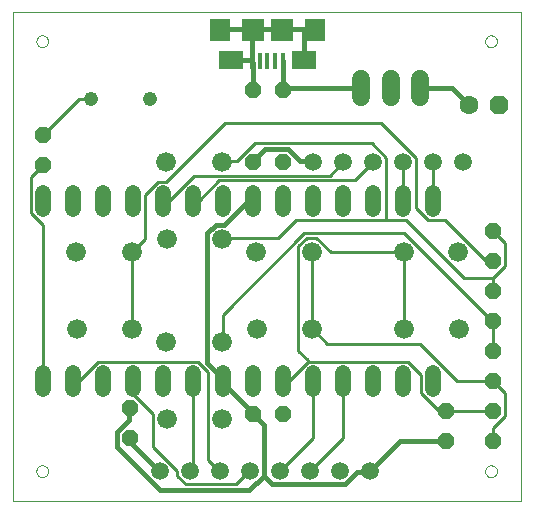
<source format=gtl>
G75*
%MOIN*%
%OFA0B0*%
%FSLAX24Y24*%
%IPPOS*%
%LPD*%
%AMOC8*
5,1,8,0,0,1.08239X$1,22.5*
%
%ADD10C,0.0000*%
%ADD11C,0.0520*%
%ADD12R,0.0157X0.0531*%
%ADD13R,0.0827X0.0630*%
%ADD14R,0.0709X0.0748*%
%ADD15R,0.0748X0.0748*%
%ADD16C,0.0600*%
%ADD17OC8,0.0520*%
%ADD18OC8,0.0630*%
%ADD19C,0.0630*%
%ADD20C,0.0660*%
%ADD21C,0.0594*%
%ADD22C,0.0476*%
%ADD23C,0.0160*%
%ADD24C,0.0100*%
D10*
X001093Y000180D02*
X001093Y016479D01*
X018022Y016479D01*
X018022Y000180D01*
X001093Y000180D01*
X001881Y001164D02*
X001883Y001191D01*
X001889Y001218D01*
X001898Y001244D01*
X001911Y001268D01*
X001927Y001291D01*
X001946Y001310D01*
X001968Y001327D01*
X001992Y001341D01*
X002017Y001351D01*
X002044Y001358D01*
X002071Y001361D01*
X002099Y001360D01*
X002126Y001355D01*
X002152Y001347D01*
X002176Y001335D01*
X002199Y001319D01*
X002220Y001301D01*
X002237Y001280D01*
X002252Y001256D01*
X002263Y001231D01*
X002271Y001205D01*
X002275Y001178D01*
X002275Y001150D01*
X002271Y001123D01*
X002263Y001097D01*
X002252Y001072D01*
X002237Y001048D01*
X002220Y001027D01*
X002199Y001009D01*
X002177Y000993D01*
X002152Y000981D01*
X002126Y000973D01*
X002099Y000968D01*
X002071Y000967D01*
X002044Y000970D01*
X002017Y000977D01*
X001992Y000987D01*
X001968Y001001D01*
X001946Y001018D01*
X001927Y001037D01*
X001911Y001060D01*
X001898Y001084D01*
X001889Y001110D01*
X001883Y001137D01*
X001881Y001164D01*
X001881Y015495D02*
X001883Y015522D01*
X001889Y015549D01*
X001898Y015575D01*
X001911Y015599D01*
X001927Y015622D01*
X001946Y015641D01*
X001968Y015658D01*
X001992Y015672D01*
X002017Y015682D01*
X002044Y015689D01*
X002071Y015692D01*
X002099Y015691D01*
X002126Y015686D01*
X002152Y015678D01*
X002176Y015666D01*
X002199Y015650D01*
X002220Y015632D01*
X002237Y015611D01*
X002252Y015587D01*
X002263Y015562D01*
X002271Y015536D01*
X002275Y015509D01*
X002275Y015481D01*
X002271Y015454D01*
X002263Y015428D01*
X002252Y015403D01*
X002237Y015379D01*
X002220Y015358D01*
X002199Y015340D01*
X002177Y015324D01*
X002152Y015312D01*
X002126Y015304D01*
X002099Y015299D01*
X002071Y015298D01*
X002044Y015301D01*
X002017Y015308D01*
X001992Y015318D01*
X001968Y015332D01*
X001946Y015349D01*
X001927Y015368D01*
X001911Y015391D01*
X001898Y015415D01*
X001889Y015441D01*
X001883Y015468D01*
X001881Y015495D01*
X016841Y015495D02*
X016843Y015522D01*
X016849Y015549D01*
X016858Y015575D01*
X016871Y015599D01*
X016887Y015622D01*
X016906Y015641D01*
X016928Y015658D01*
X016952Y015672D01*
X016977Y015682D01*
X017004Y015689D01*
X017031Y015692D01*
X017059Y015691D01*
X017086Y015686D01*
X017112Y015678D01*
X017136Y015666D01*
X017159Y015650D01*
X017180Y015632D01*
X017197Y015611D01*
X017212Y015587D01*
X017223Y015562D01*
X017231Y015536D01*
X017235Y015509D01*
X017235Y015481D01*
X017231Y015454D01*
X017223Y015428D01*
X017212Y015403D01*
X017197Y015379D01*
X017180Y015358D01*
X017159Y015340D01*
X017137Y015324D01*
X017112Y015312D01*
X017086Y015304D01*
X017059Y015299D01*
X017031Y015298D01*
X017004Y015301D01*
X016977Y015308D01*
X016952Y015318D01*
X016928Y015332D01*
X016906Y015349D01*
X016887Y015368D01*
X016871Y015391D01*
X016858Y015415D01*
X016849Y015441D01*
X016843Y015468D01*
X016841Y015495D01*
X016841Y001164D02*
X016843Y001191D01*
X016849Y001218D01*
X016858Y001244D01*
X016871Y001268D01*
X016887Y001291D01*
X016906Y001310D01*
X016928Y001327D01*
X016952Y001341D01*
X016977Y001351D01*
X017004Y001358D01*
X017031Y001361D01*
X017059Y001360D01*
X017086Y001355D01*
X017112Y001347D01*
X017136Y001335D01*
X017159Y001319D01*
X017180Y001301D01*
X017197Y001280D01*
X017212Y001256D01*
X017223Y001231D01*
X017231Y001205D01*
X017235Y001178D01*
X017235Y001150D01*
X017231Y001123D01*
X017223Y001097D01*
X017212Y001072D01*
X017197Y001048D01*
X017180Y001027D01*
X017159Y001009D01*
X017137Y000993D01*
X017112Y000981D01*
X017086Y000973D01*
X017059Y000968D01*
X017031Y000967D01*
X017004Y000970D01*
X016977Y000977D01*
X016952Y000987D01*
X016928Y001001D01*
X016906Y001018D01*
X016887Y001037D01*
X016871Y001060D01*
X016858Y001084D01*
X016849Y001110D01*
X016843Y001137D01*
X016841Y001164D01*
D11*
X015093Y003920D02*
X015093Y004440D01*
X014093Y004440D02*
X014093Y003920D01*
X013093Y003920D02*
X013093Y004440D01*
X012093Y004440D02*
X012093Y003920D01*
X011093Y003920D02*
X011093Y004440D01*
X010093Y004440D02*
X010093Y003920D01*
X009093Y003920D02*
X009093Y004440D01*
X008093Y004440D02*
X008093Y003920D01*
X007093Y003920D02*
X007093Y004440D01*
X006093Y004440D02*
X006093Y003920D01*
X005093Y003920D02*
X005093Y004440D01*
X004093Y004440D02*
X004093Y003920D01*
X003093Y003920D02*
X003093Y004440D01*
X002093Y004440D02*
X002093Y003920D01*
X002093Y009920D02*
X002093Y010440D01*
X003093Y010440D02*
X003093Y009920D01*
X004093Y009920D02*
X004093Y010440D01*
X005093Y010440D02*
X005093Y009920D01*
X006093Y009920D02*
X006093Y010440D01*
X007093Y010440D02*
X007093Y009920D01*
X008093Y009920D02*
X008093Y010440D01*
X009093Y010440D02*
X009093Y009920D01*
X010093Y009920D02*
X010093Y010440D01*
X011093Y010440D02*
X011093Y009920D01*
X012093Y009920D02*
X012093Y010440D01*
X013093Y010440D02*
X013093Y009920D01*
X014093Y009920D02*
X014093Y010440D01*
X015093Y010440D02*
X015093Y009920D01*
D12*
X010095Y014826D03*
X009839Y014826D03*
X009583Y014826D03*
X009327Y014826D03*
X009071Y014826D03*
D13*
X008363Y014875D03*
X010804Y014875D03*
D14*
X011158Y015879D03*
X008008Y015879D03*
D15*
X009111Y015879D03*
X010056Y015879D03*
D16*
X012714Y014255D02*
X012714Y013655D01*
X013698Y013655D02*
X013698Y014255D01*
X014682Y014255D02*
X014682Y013655D01*
D17*
X010093Y013880D03*
X009093Y013880D03*
X009093Y011480D03*
X010093Y011480D03*
X017093Y009180D03*
X017093Y008180D03*
X017093Y007180D03*
X017093Y006180D03*
X017093Y005180D03*
X017093Y004180D03*
X017093Y003180D03*
X017093Y002180D03*
X015543Y002180D03*
X015543Y003180D03*
X010093Y003080D03*
X009093Y003080D03*
X004993Y003280D03*
X004993Y002280D03*
X002093Y011380D03*
X002093Y012380D03*
D18*
X017293Y013380D03*
D19*
X016293Y013380D03*
D20*
X015944Y008456D03*
X014133Y008456D03*
X014133Y005897D03*
X015983Y005897D03*
X011054Y005904D03*
X009243Y005904D03*
X008054Y005463D03*
X006204Y005463D03*
X005054Y005904D03*
X003243Y005904D03*
X003204Y008463D03*
X005054Y008463D03*
X006243Y008904D03*
X008054Y008904D03*
X009204Y008463D03*
X011054Y008463D03*
X008054Y011463D03*
X006204Y011463D03*
X006243Y002904D03*
X008054Y002904D03*
D21*
X007993Y001180D03*
X006993Y001180D03*
X005993Y001180D03*
X008993Y001180D03*
X009993Y001180D03*
X010993Y001180D03*
X011993Y001180D03*
X012993Y001180D03*
X013093Y011480D03*
X012093Y011480D03*
X011093Y011480D03*
X014093Y011480D03*
X015093Y011480D03*
X016093Y011480D03*
D22*
X005678Y013580D03*
X003709Y013580D03*
D23*
X008008Y015879D02*
X008013Y015900D01*
X009093Y015900D01*
X009111Y015879D01*
X009053Y015820D01*
X009053Y014940D01*
X009071Y014826D01*
X009093Y014780D01*
X009093Y013880D01*
X009071Y014826D02*
X009053Y014860D01*
X008373Y014860D01*
X008363Y014875D01*
X009111Y015879D02*
X009173Y015900D01*
X010053Y015900D01*
X010056Y015879D01*
X010133Y015900D01*
X011133Y015900D01*
X011158Y015879D01*
X010813Y015860D01*
X010813Y014900D01*
X010804Y014875D01*
X010095Y014826D02*
X010093Y014820D01*
X010093Y013880D01*
X010133Y013940D01*
X012693Y013940D01*
X012714Y013955D01*
X014682Y013955D02*
X014693Y013940D01*
X015733Y013940D01*
X016293Y013380D01*
X011093Y011500D02*
X011093Y011480D01*
X011093Y011500D02*
X010653Y011500D01*
X010253Y011900D01*
X009493Y011900D01*
X009093Y011500D01*
X009093Y011480D01*
X009093Y010180D02*
X008933Y010180D01*
X008133Y009380D01*
X007853Y009380D01*
X007573Y009100D01*
X007573Y004780D01*
X008133Y004220D01*
X008093Y004180D01*
X008093Y004100D01*
X009053Y003140D01*
X009093Y003080D01*
X009093Y003060D01*
X009453Y002700D01*
X009453Y001020D01*
X009733Y000740D01*
X012173Y000740D01*
X012573Y001140D01*
X012933Y001140D01*
X012993Y001180D01*
X013013Y001180D01*
X014013Y002180D01*
X015543Y002180D01*
X009453Y001020D02*
X008973Y000540D01*
X006013Y000540D01*
X004573Y001980D01*
X004573Y002460D01*
X004973Y002860D01*
X004973Y003260D01*
X004993Y003280D01*
X004993Y002280D02*
X005013Y002260D01*
X005013Y002140D01*
X005973Y001180D01*
X005993Y001180D01*
D24*
X006573Y001180D02*
X006573Y001020D01*
X006853Y000740D01*
X008533Y000740D01*
X008973Y001180D01*
X008993Y001180D01*
X009993Y001180D02*
X010013Y001180D01*
X011093Y002260D01*
X011093Y004180D01*
X010933Y004820D02*
X010933Y004860D01*
X010613Y005180D01*
X010613Y008660D01*
X010893Y008940D01*
X011213Y008940D01*
X011693Y008460D01*
X014093Y008460D01*
X014133Y008456D01*
X014133Y008420D01*
X014133Y005900D01*
X014133Y005897D01*
X014653Y005420D02*
X011573Y005420D01*
X011093Y005900D01*
X011054Y005904D01*
X011053Y005940D01*
X011053Y008460D01*
X011054Y008463D01*
X010813Y009100D02*
X008093Y006380D01*
X008093Y005500D01*
X008054Y005463D01*
X007253Y004820D02*
X007613Y004460D01*
X007613Y001540D01*
X007973Y001180D01*
X007993Y001180D01*
X007093Y001260D02*
X007013Y001180D01*
X006993Y001180D01*
X007093Y001260D02*
X007093Y004180D01*
X007253Y004820D02*
X003933Y004820D01*
X003293Y004180D01*
X003093Y004180D01*
X002093Y004180D02*
X002093Y009380D01*
X001693Y009780D01*
X001693Y010980D01*
X002093Y011380D01*
X002093Y012380D02*
X003293Y013580D01*
X003709Y013580D01*
X005933Y010820D02*
X005493Y010380D01*
X005493Y008900D01*
X005093Y008500D01*
X005054Y008463D01*
X005053Y008420D01*
X005053Y005940D01*
X005054Y005904D01*
X005093Y004180D02*
X005093Y003740D01*
X005773Y003060D01*
X005773Y001980D01*
X006573Y001180D01*
X010093Y004180D02*
X010293Y004180D01*
X010933Y004820D01*
X014253Y004820D01*
X014693Y004380D01*
X014693Y003780D01*
X015293Y003180D01*
X015543Y003180D01*
X017093Y003180D01*
X017493Y003020D02*
X017493Y003780D01*
X017093Y004180D01*
X015893Y004180D01*
X014653Y005420D01*
X016133Y007620D02*
X017093Y007620D01*
X017493Y008020D01*
X017493Y008780D01*
X017093Y009180D01*
X017093Y008180D02*
X016853Y008180D01*
X015493Y009540D01*
X014933Y009540D01*
X014533Y009940D01*
X014533Y011620D01*
X013373Y012780D01*
X008173Y012780D01*
X006213Y010820D01*
X005933Y010820D01*
X006093Y010180D02*
X006293Y010180D01*
X007133Y011020D01*
X011653Y011020D01*
X012093Y011460D01*
X012093Y011480D01*
X012493Y010860D02*
X013093Y011460D01*
X013093Y011480D01*
X013533Y011620D02*
X013533Y009540D01*
X010533Y009540D01*
X009933Y008940D01*
X008093Y008940D01*
X008054Y008904D01*
X007293Y010180D02*
X007093Y010180D01*
X007293Y010180D02*
X007973Y010860D01*
X012493Y010860D01*
X013533Y011620D02*
X013053Y012100D01*
X009173Y012100D01*
X008573Y011500D01*
X008093Y011500D01*
X008054Y011463D01*
X010813Y009100D02*
X014133Y009100D01*
X017053Y006180D01*
X017093Y006180D01*
X017093Y005180D01*
X017093Y007180D02*
X017093Y007620D01*
X016133Y007620D02*
X014213Y009540D01*
X013533Y009540D01*
X014093Y010180D02*
X014093Y011480D01*
X015093Y011480D02*
X015093Y010180D01*
X012093Y004180D02*
X012093Y002260D01*
X011013Y001180D01*
X010993Y001180D01*
X017093Y002180D02*
X017093Y002620D01*
X017493Y003020D01*
M02*

</source>
